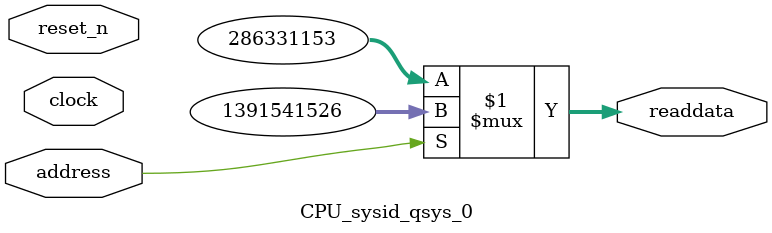
<source format=v>

`timescale 1ns / 1ps
// synthesis translate_on

// turn off superfluous verilog processor warnings 
// altera message_level Level1 
// altera message_off 10034 10035 10036 10037 10230 10240 10030 

module CPU_sysid_qsys_0 (
               // inputs:
                address,
                clock,
                reset_n,

               // outputs:
                readdata
             )
;

  output  [ 31: 0] readdata;
  input            address;
  input            clock;
  input            reset_n;

  wire    [ 31: 0] readdata;
  //control_slave, which is an e_avalon_slave
  assign readdata = address ? 1391541526 : 286331153;

endmodule




</source>
